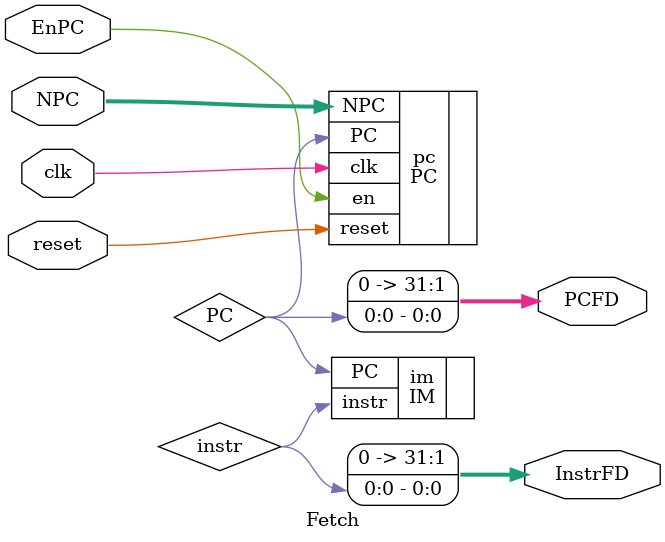
<source format=v>
`timescale 1ns / 1ps
module Fetch(
    input clk,
    input reset,
    input EnPC,
    input [31:0] NPC,
	
	
    output [31:0] InstrFD,
    output [31:0] PCFD
    );
	
	wire PC;
	
	PC pc (
    .clk(clk), 
    .reset(reset), 
    .en(EnPC), 
    .NPC(NPC), 
    .PC(PC)
    );
	
	IM im(
    .PC(PC), 
    .instr(instr)
    );
	
	assign PCFD = PC;
	assign InstrFD = instr;



endmodule

</source>
